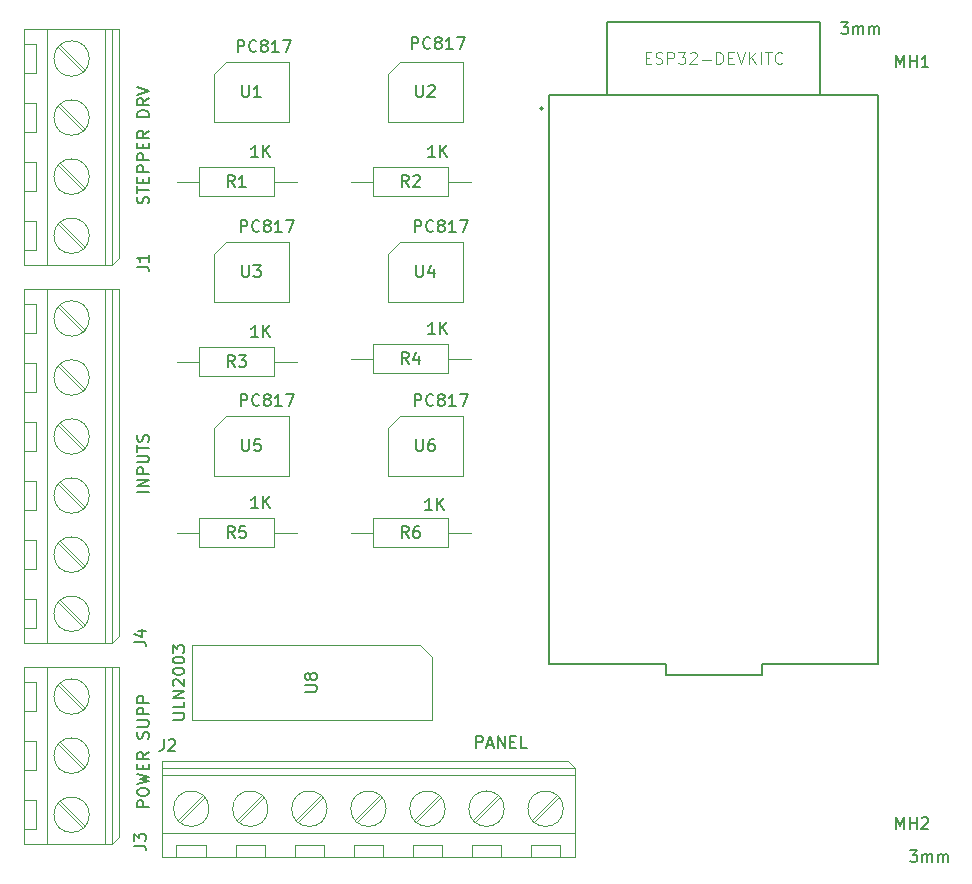
<source format=gbr>
G04 #@! TF.GenerationSoftware,KiCad,Pcbnew,(5.1.5)-3*
G04 #@! TF.CreationDate,2020-04-24T15:39:01+02:00*
G04 #@! TF.ProjectId,PlacaIOAzimut,506c6163-6149-44f4-917a-696d75742e6b,rev?*
G04 #@! TF.SameCoordinates,Original*
G04 #@! TF.FileFunction,Other,Fab,Top*
%FSLAX46Y46*%
G04 Gerber Fmt 4.6, Leading zero omitted, Abs format (unit mm)*
G04 Created by KiCad (PCBNEW (5.1.5)-3) date 2020-04-24 15:39:01*
%MOMM*%
%LPD*%
G04 APERTURE LIST*
%ADD10C,0.100000*%
%ADD11C,0.127000*%
%ADD12C,0.200000*%
%ADD13C,0.150000*%
%ADD14C,0.015000*%
G04 APERTURE END LIST*
D10*
X47004000Y-99748000D02*
X47004000Y-102248000D01*
X48004000Y-99748000D02*
X47004000Y-99748000D01*
X48004000Y-102248000D02*
X48004000Y-99748000D01*
X47004000Y-102248000D02*
X48004000Y-102248000D01*
X49916000Y-100043000D02*
X52009000Y-102135000D01*
X50099000Y-99860000D02*
X52192000Y-101952000D01*
X47004000Y-104748000D02*
X47004000Y-107248000D01*
X48004000Y-104748000D02*
X47004000Y-104748000D01*
X48004000Y-107248000D02*
X48004000Y-104748000D01*
X47004000Y-107248000D02*
X48004000Y-107248000D01*
X49916000Y-105043000D02*
X52009000Y-107135000D01*
X50099000Y-104860000D02*
X52192000Y-106952000D01*
X47004000Y-109748000D02*
X47004000Y-112248000D01*
X48004000Y-109748000D02*
X47004000Y-109748000D01*
X48004000Y-112248000D02*
X48004000Y-109748000D01*
X47004000Y-112248000D02*
X48004000Y-112248000D01*
X49916000Y-110043000D02*
X52009000Y-112136000D01*
X50099000Y-109860000D02*
X52192000Y-111953000D01*
X49004000Y-113498000D02*
X49004000Y-98498000D01*
X53904000Y-113498000D02*
X53904000Y-98498000D01*
X54504000Y-113498000D02*
X54504000Y-98498000D01*
X54504000Y-113498000D02*
X47004000Y-113498000D01*
X55104000Y-112898000D02*
X54504000Y-113498000D01*
X55104000Y-98498000D02*
X55104000Y-112898000D01*
X47004000Y-98498000D02*
X55104000Y-98498000D01*
X47004000Y-113498000D02*
X47004000Y-98498000D01*
X52554000Y-100998000D02*
G75*
G03X52554000Y-100998000I-1500000J0D01*
G01*
X52554000Y-105998000D02*
G75*
G03X52554000Y-105998000I-1500000J0D01*
G01*
X52554000Y-110998000D02*
G75*
G03X52554000Y-110998000I-1500000J0D01*
G01*
X77821000Y-63484000D02*
X78821000Y-62484000D01*
X77821000Y-67564000D02*
X77821000Y-63484000D01*
X84171000Y-67564000D02*
X77821000Y-67564000D01*
X84171000Y-62484000D02*
X84171000Y-67564000D01*
X78821000Y-62484000D02*
X84171000Y-62484000D01*
X77821000Y-78216000D02*
X78821000Y-77216000D01*
X77821000Y-82296000D02*
X77821000Y-78216000D01*
X84171000Y-82296000D02*
X77821000Y-82296000D01*
X84171000Y-77216000D02*
X84171000Y-82296000D01*
X78821000Y-77216000D02*
X84171000Y-77216000D01*
X63089000Y-78216000D02*
X64089000Y-77216000D01*
X63089000Y-82296000D02*
X63089000Y-78216000D01*
X69439000Y-82296000D02*
X63089000Y-82296000D01*
X69439000Y-77216000D02*
X69439000Y-82296000D01*
X64089000Y-77216000D02*
X69439000Y-77216000D01*
X74676000Y-87122000D02*
X76606000Y-87122000D01*
X84836000Y-87122000D02*
X82906000Y-87122000D01*
X76606000Y-88372000D02*
X82906000Y-88372000D01*
X76606000Y-85872000D02*
X76606000Y-88372000D01*
X82906000Y-85872000D02*
X76606000Y-85872000D01*
X82906000Y-88372000D02*
X82906000Y-85872000D01*
X59944000Y-87122000D02*
X61874000Y-87122000D01*
X70104000Y-87122000D02*
X68174000Y-87122000D01*
X61874000Y-88372000D02*
X68174000Y-88372000D01*
X61874000Y-85872000D02*
X61874000Y-88372000D01*
X68174000Y-85872000D02*
X61874000Y-85872000D01*
X68174000Y-88372000D02*
X68174000Y-85872000D01*
X74676000Y-72390000D02*
X76606000Y-72390000D01*
X84836000Y-72390000D02*
X82906000Y-72390000D01*
X76606000Y-73640000D02*
X82906000Y-73640000D01*
X76606000Y-71140000D02*
X76606000Y-73640000D01*
X82906000Y-71140000D02*
X76606000Y-71140000D01*
X82906000Y-73640000D02*
X82906000Y-71140000D01*
X47004000Y-67730000D02*
X47004000Y-70230000D01*
X48004000Y-67730000D02*
X47004000Y-67730000D01*
X48004000Y-70230000D02*
X48004000Y-67730000D01*
X47004000Y-70230000D02*
X48004000Y-70230000D01*
X49916000Y-68025000D02*
X52009000Y-70117000D01*
X50099000Y-67842000D02*
X52192000Y-69934000D01*
X47004000Y-72730000D02*
X47004000Y-75230000D01*
X48004000Y-72730000D02*
X47004000Y-72730000D01*
X48004000Y-75230000D02*
X48004000Y-72730000D01*
X47004000Y-75230000D02*
X48004000Y-75230000D01*
X49916000Y-73025000D02*
X52009000Y-75117000D01*
X50099000Y-72842000D02*
X52192000Y-74934000D01*
X47004000Y-77730000D02*
X47004000Y-80230000D01*
X48004000Y-77730000D02*
X47004000Y-77730000D01*
X48004000Y-80230000D02*
X48004000Y-77730000D01*
X47004000Y-80230000D02*
X48004000Y-80230000D01*
X49916000Y-78025000D02*
X52009000Y-80117000D01*
X50099000Y-77842000D02*
X52192000Y-79934000D01*
X47004000Y-82730000D02*
X47004000Y-85230000D01*
X48004000Y-82730000D02*
X47004000Y-82730000D01*
X48004000Y-85230000D02*
X48004000Y-82730000D01*
X47004000Y-85230000D02*
X48004000Y-85230000D01*
X49916000Y-83025000D02*
X52009000Y-85117000D01*
X50099000Y-82842000D02*
X52192000Y-84934000D01*
X47004000Y-87730000D02*
X47004000Y-90230000D01*
X48004000Y-87730000D02*
X47004000Y-87730000D01*
X48004000Y-90230000D02*
X48004000Y-87730000D01*
X47004000Y-90230000D02*
X48004000Y-90230000D01*
X49916000Y-88025000D02*
X52009000Y-90117000D01*
X50099000Y-87842000D02*
X52192000Y-89934000D01*
X47004000Y-92730000D02*
X47004000Y-95230000D01*
X48004000Y-92730000D02*
X47004000Y-92730000D01*
X48004000Y-95230000D02*
X48004000Y-92730000D01*
X47004000Y-95230000D02*
X48004000Y-95230000D01*
X49916000Y-93025000D02*
X52009000Y-95118000D01*
X50099000Y-92842000D02*
X52192000Y-94935000D01*
X49004000Y-96480000D02*
X49004000Y-66480000D01*
X53904000Y-96480000D02*
X53904000Y-66480000D01*
X54504000Y-96480000D02*
X54504000Y-66480000D01*
X54504000Y-96480000D02*
X47004000Y-96480000D01*
X55104000Y-95880000D02*
X54504000Y-96480000D01*
X55104000Y-66480000D02*
X55104000Y-95880000D01*
X47004000Y-66480000D02*
X55104000Y-66480000D01*
X47004000Y-96480000D02*
X47004000Y-66480000D01*
X52554000Y-68980000D02*
G75*
G03X52554000Y-68980000I-1500000J0D01*
G01*
X52554000Y-73980000D02*
G75*
G03X52554000Y-73980000I-1500000J0D01*
G01*
X52554000Y-78980000D02*
G75*
G03X52554000Y-78980000I-1500000J0D01*
G01*
X52554000Y-83980000D02*
G75*
G03X52554000Y-83980000I-1500000J0D01*
G01*
X52554000Y-88980000D02*
G75*
G03X52554000Y-88980000I-1500000J0D01*
G01*
X52554000Y-93980000D02*
G75*
G03X52554000Y-93980000I-1500000J0D01*
G01*
X59936000Y-114540000D02*
X62436000Y-114540000D01*
X59936000Y-113540000D02*
X59936000Y-114540000D01*
X62436000Y-113540000D02*
X59936000Y-113540000D01*
X62436000Y-114540000D02*
X62436000Y-113540000D01*
X60231000Y-111628000D02*
X62323000Y-109535000D01*
X60048000Y-111445000D02*
X62140000Y-109352000D01*
X64936000Y-114540000D02*
X67436000Y-114540000D01*
X64936000Y-113540000D02*
X64936000Y-114540000D01*
X67436000Y-113540000D02*
X64936000Y-113540000D01*
X67436000Y-114540000D02*
X67436000Y-113540000D01*
X65231000Y-111628000D02*
X67323000Y-109535000D01*
X65048000Y-111445000D02*
X67140000Y-109352000D01*
X69936000Y-114540000D02*
X72436000Y-114540000D01*
X69936000Y-113540000D02*
X69936000Y-114540000D01*
X72436000Y-113540000D02*
X69936000Y-113540000D01*
X72436000Y-114540000D02*
X72436000Y-113540000D01*
X70231000Y-111628000D02*
X72323000Y-109535000D01*
X70048000Y-111445000D02*
X72140000Y-109352000D01*
X74936000Y-114540000D02*
X77436000Y-114540000D01*
X74936000Y-113540000D02*
X74936000Y-114540000D01*
X77436000Y-113540000D02*
X74936000Y-113540000D01*
X77436000Y-114540000D02*
X77436000Y-113540000D01*
X75231000Y-111628000D02*
X77323000Y-109535000D01*
X75048000Y-111445000D02*
X77140000Y-109352000D01*
X79936000Y-114540000D02*
X82436000Y-114540000D01*
X79936000Y-113540000D02*
X79936000Y-114540000D01*
X82436000Y-113540000D02*
X79936000Y-113540000D01*
X82436000Y-114540000D02*
X82436000Y-113540000D01*
X80231000Y-111628000D02*
X82323000Y-109535000D01*
X80048000Y-111445000D02*
X82140000Y-109352000D01*
X84936000Y-114540000D02*
X87436000Y-114540000D01*
X84936000Y-113540000D02*
X84936000Y-114540000D01*
X87436000Y-113540000D02*
X84936000Y-113540000D01*
X87436000Y-114540000D02*
X87436000Y-113540000D01*
X85231000Y-111628000D02*
X87323000Y-109535000D01*
X85048000Y-111445000D02*
X87140000Y-109352000D01*
X89936000Y-114540000D02*
X92436000Y-114540000D01*
X89936000Y-113540000D02*
X89936000Y-114540000D01*
X92436000Y-113540000D02*
X89936000Y-113540000D01*
X92436000Y-114540000D02*
X92436000Y-113540000D01*
X90231000Y-111628000D02*
X92324000Y-109535000D01*
X90048000Y-111445000D02*
X92141000Y-109352000D01*
X93686000Y-112540000D02*
X58686000Y-112540000D01*
X93686000Y-107640000D02*
X58686000Y-107640000D01*
X93686000Y-107040000D02*
X58686000Y-107040000D01*
X93686000Y-107040000D02*
X93686000Y-114540000D01*
X93086000Y-106440000D02*
X93686000Y-107040000D01*
X58686000Y-106440000D02*
X93086000Y-106440000D01*
X58686000Y-114540000D02*
X58686000Y-106440000D01*
X93686000Y-114540000D02*
X58686000Y-114540000D01*
X62686000Y-110490000D02*
G75*
G03X62686000Y-110490000I-1500000J0D01*
G01*
X67686000Y-110490000D02*
G75*
G03X67686000Y-110490000I-1500000J0D01*
G01*
X72686000Y-110490000D02*
G75*
G03X72686000Y-110490000I-1500000J0D01*
G01*
X77686000Y-110490000D02*
G75*
G03X77686000Y-110490000I-1500000J0D01*
G01*
X82686000Y-110490000D02*
G75*
G03X82686000Y-110490000I-1500000J0D01*
G01*
X87686000Y-110490000D02*
G75*
G03X87686000Y-110490000I-1500000J0D01*
G01*
X92686000Y-110490000D02*
G75*
G03X92686000Y-110490000I-1500000J0D01*
G01*
X47004000Y-45726000D02*
X47004000Y-48226000D01*
X48004000Y-45726000D02*
X47004000Y-45726000D01*
X48004000Y-48226000D02*
X48004000Y-45726000D01*
X47004000Y-48226000D02*
X48004000Y-48226000D01*
X49916000Y-46021000D02*
X52009000Y-48113000D01*
X50099000Y-45838000D02*
X52192000Y-47930000D01*
X47004000Y-50726000D02*
X47004000Y-53226000D01*
X48004000Y-50726000D02*
X47004000Y-50726000D01*
X48004000Y-53226000D02*
X48004000Y-50726000D01*
X47004000Y-53226000D02*
X48004000Y-53226000D01*
X49916000Y-51021000D02*
X52009000Y-53113000D01*
X50099000Y-50838000D02*
X52192000Y-52930000D01*
X47004000Y-55726000D02*
X47004000Y-58226000D01*
X48004000Y-55726000D02*
X47004000Y-55726000D01*
X48004000Y-58226000D02*
X48004000Y-55726000D01*
X47004000Y-58226000D02*
X48004000Y-58226000D01*
X49916000Y-56021000D02*
X52009000Y-58113000D01*
X50099000Y-55838000D02*
X52192000Y-57930000D01*
X47004000Y-60726000D02*
X47004000Y-63226000D01*
X48004000Y-60726000D02*
X47004000Y-60726000D01*
X48004000Y-63226000D02*
X48004000Y-60726000D01*
X47004000Y-63226000D02*
X48004000Y-63226000D01*
X49916000Y-61021000D02*
X52009000Y-63114000D01*
X50099000Y-60838000D02*
X52192000Y-62931000D01*
X49004000Y-64476000D02*
X49004000Y-44476000D01*
X53904000Y-64476000D02*
X53904000Y-44476000D01*
X54504000Y-64476000D02*
X54504000Y-44476000D01*
X54504000Y-64476000D02*
X47004000Y-64476000D01*
X55104000Y-63876000D02*
X54504000Y-64476000D01*
X55104000Y-44476000D02*
X55104000Y-63876000D01*
X47004000Y-44476000D02*
X55104000Y-44476000D01*
X47004000Y-64476000D02*
X47004000Y-44476000D01*
X52554000Y-46976000D02*
G75*
G03X52554000Y-46976000I-1500000J0D01*
G01*
X52554000Y-51976000D02*
G75*
G03X52554000Y-51976000I-1500000J0D01*
G01*
X52554000Y-56976000D02*
G75*
G03X52554000Y-56976000I-1500000J0D01*
G01*
X52554000Y-61976000D02*
G75*
G03X52554000Y-61976000I-1500000J0D01*
G01*
X68174000Y-58654000D02*
X68174000Y-56154000D01*
X68174000Y-56154000D02*
X61874000Y-56154000D01*
X61874000Y-56154000D02*
X61874000Y-58654000D01*
X61874000Y-58654000D02*
X68174000Y-58654000D01*
X70104000Y-57404000D02*
X68174000Y-57404000D01*
X59944000Y-57404000D02*
X61874000Y-57404000D01*
X74676000Y-57404000D02*
X76606000Y-57404000D01*
X84836000Y-57404000D02*
X82906000Y-57404000D01*
X76606000Y-58654000D02*
X82906000Y-58654000D01*
X76606000Y-56154000D02*
X76606000Y-58654000D01*
X82906000Y-56154000D02*
X76606000Y-56154000D01*
X82906000Y-58654000D02*
X82906000Y-56154000D01*
X68174000Y-73894000D02*
X68174000Y-71394000D01*
X68174000Y-71394000D02*
X61874000Y-71394000D01*
X61874000Y-71394000D02*
X61874000Y-73894000D01*
X61874000Y-73894000D02*
X68174000Y-73894000D01*
X70104000Y-72644000D02*
X68174000Y-72644000D01*
X59944000Y-72644000D02*
X61874000Y-72644000D01*
X64089000Y-47244000D02*
X69439000Y-47244000D01*
X69439000Y-47244000D02*
X69439000Y-52324000D01*
X69439000Y-52324000D02*
X63089000Y-52324000D01*
X63089000Y-52324000D02*
X63089000Y-48244000D01*
X63089000Y-48244000D02*
X64089000Y-47244000D01*
X77821000Y-48244000D02*
X78821000Y-47244000D01*
X77821000Y-52324000D02*
X77821000Y-48244000D01*
X84171000Y-52324000D02*
X77821000Y-52324000D01*
X84171000Y-47244000D02*
X84171000Y-52324000D01*
X78821000Y-47244000D02*
X84171000Y-47244000D01*
X64089000Y-62484000D02*
X69439000Y-62484000D01*
X69439000Y-62484000D02*
X69439000Y-67564000D01*
X69439000Y-67564000D02*
X63089000Y-67564000D01*
X63089000Y-67564000D02*
X63089000Y-63484000D01*
X63089000Y-63484000D02*
X64089000Y-62484000D01*
X81534000Y-97647000D02*
X81534000Y-102997000D01*
X81534000Y-102997000D02*
X61214000Y-102997000D01*
X61214000Y-102997000D02*
X61214000Y-96647000D01*
X61214000Y-96647000D02*
X80534000Y-96647000D01*
X80534000Y-96647000D02*
X81534000Y-97647000D01*
D11*
X109470000Y-98268000D02*
X119360000Y-98268000D01*
X109470000Y-99168000D02*
X109470000Y-98268000D01*
X101340000Y-99168000D02*
X109470000Y-99168000D01*
X101340000Y-98268000D02*
X101340000Y-99168000D01*
X91460000Y-98268000D02*
X101340000Y-98268000D01*
X114410000Y-43868000D02*
X114410000Y-50068000D01*
X96410000Y-43868000D02*
X114410000Y-43868000D01*
X96410000Y-50068000D02*
X96410000Y-43868000D01*
X96410000Y-50068000D02*
X91460000Y-50068000D01*
X114410000Y-50068000D02*
X96410000Y-50068000D01*
X119360000Y-50068000D02*
X114410000Y-50068000D01*
X119360000Y-98268000D02*
X119360000Y-50068000D01*
X91460000Y-50068000D02*
X91460000Y-98268000D01*
D12*
X90940000Y-51198000D02*
G75*
G03X90940000Y-51198000I-100000J0D01*
G01*
D13*
X122031333Y-114006380D02*
X122650380Y-114006380D01*
X122317047Y-114387333D01*
X122459904Y-114387333D01*
X122555142Y-114434952D01*
X122602761Y-114482571D01*
X122650380Y-114577809D01*
X122650380Y-114815904D01*
X122602761Y-114911142D01*
X122555142Y-114958761D01*
X122459904Y-115006380D01*
X122174190Y-115006380D01*
X122078952Y-114958761D01*
X122031333Y-114911142D01*
X123078952Y-115006380D02*
X123078952Y-114339714D01*
X123078952Y-114434952D02*
X123126571Y-114387333D01*
X123221809Y-114339714D01*
X123364666Y-114339714D01*
X123459904Y-114387333D01*
X123507523Y-114482571D01*
X123507523Y-115006380D01*
X123507523Y-114482571D02*
X123555142Y-114387333D01*
X123650380Y-114339714D01*
X123793238Y-114339714D01*
X123888476Y-114387333D01*
X123936095Y-114482571D01*
X123936095Y-115006380D01*
X124412285Y-115006380D02*
X124412285Y-114339714D01*
X124412285Y-114434952D02*
X124459904Y-114387333D01*
X124555142Y-114339714D01*
X124698000Y-114339714D01*
X124793238Y-114387333D01*
X124840857Y-114482571D01*
X124840857Y-115006380D01*
X124840857Y-114482571D02*
X124888476Y-114387333D01*
X124983714Y-114339714D01*
X125126571Y-114339714D01*
X125221809Y-114387333D01*
X125269428Y-114482571D01*
X125269428Y-115006380D01*
X120886666Y-112212380D02*
X120886666Y-111212380D01*
X121220000Y-111926666D01*
X121553333Y-111212380D01*
X121553333Y-112212380D01*
X122029523Y-112212380D02*
X122029523Y-111212380D01*
X122029523Y-111688571D02*
X122600952Y-111688571D01*
X122600952Y-112212380D02*
X122600952Y-111212380D01*
X123029523Y-111307619D02*
X123077142Y-111260000D01*
X123172380Y-111212380D01*
X123410476Y-111212380D01*
X123505714Y-111260000D01*
X123553333Y-111307619D01*
X123600952Y-111402857D01*
X123600952Y-111498095D01*
X123553333Y-111640952D01*
X122981904Y-112212380D01*
X123600952Y-112212380D01*
X116189333Y-43902380D02*
X116808380Y-43902380D01*
X116475047Y-44283333D01*
X116617904Y-44283333D01*
X116713142Y-44330952D01*
X116760761Y-44378571D01*
X116808380Y-44473809D01*
X116808380Y-44711904D01*
X116760761Y-44807142D01*
X116713142Y-44854761D01*
X116617904Y-44902380D01*
X116332190Y-44902380D01*
X116236952Y-44854761D01*
X116189333Y-44807142D01*
X117236952Y-44902380D02*
X117236952Y-44235714D01*
X117236952Y-44330952D02*
X117284571Y-44283333D01*
X117379809Y-44235714D01*
X117522666Y-44235714D01*
X117617904Y-44283333D01*
X117665523Y-44378571D01*
X117665523Y-44902380D01*
X117665523Y-44378571D02*
X117713142Y-44283333D01*
X117808380Y-44235714D01*
X117951238Y-44235714D01*
X118046476Y-44283333D01*
X118094095Y-44378571D01*
X118094095Y-44902380D01*
X118570285Y-44902380D02*
X118570285Y-44235714D01*
X118570285Y-44330952D02*
X118617904Y-44283333D01*
X118713142Y-44235714D01*
X118856000Y-44235714D01*
X118951238Y-44283333D01*
X118998857Y-44378571D01*
X118998857Y-44902380D01*
X118998857Y-44378571D02*
X119046476Y-44283333D01*
X119141714Y-44235714D01*
X119284571Y-44235714D01*
X119379809Y-44283333D01*
X119427428Y-44378571D01*
X119427428Y-44902380D01*
X120886666Y-47696380D02*
X120886666Y-46696380D01*
X121220000Y-47410666D01*
X121553333Y-46696380D01*
X121553333Y-47696380D01*
X122029523Y-47696380D02*
X122029523Y-46696380D01*
X122029523Y-47172571D02*
X122600952Y-47172571D01*
X122600952Y-47696380D02*
X122600952Y-46696380D01*
X123600952Y-47696380D02*
X123029523Y-47696380D01*
X123315238Y-47696380D02*
X123315238Y-46696380D01*
X123220000Y-46839238D01*
X123124761Y-46934476D01*
X123029523Y-46982095D01*
X57602380Y-110354476D02*
X56602380Y-110354476D01*
X56602380Y-109973523D01*
X56650000Y-109878285D01*
X56697619Y-109830666D01*
X56792857Y-109783047D01*
X56935714Y-109783047D01*
X57030952Y-109830666D01*
X57078571Y-109878285D01*
X57126190Y-109973523D01*
X57126190Y-110354476D01*
X56602380Y-109164000D02*
X56602380Y-108973523D01*
X56650000Y-108878285D01*
X56745238Y-108783047D01*
X56935714Y-108735428D01*
X57269047Y-108735428D01*
X57459523Y-108783047D01*
X57554761Y-108878285D01*
X57602380Y-108973523D01*
X57602380Y-109164000D01*
X57554761Y-109259238D01*
X57459523Y-109354476D01*
X57269047Y-109402095D01*
X56935714Y-109402095D01*
X56745238Y-109354476D01*
X56650000Y-109259238D01*
X56602380Y-109164000D01*
X56602380Y-108402095D02*
X57602380Y-108164000D01*
X56888095Y-107973523D01*
X57602380Y-107783047D01*
X56602380Y-107544952D01*
X57078571Y-107164000D02*
X57078571Y-106830666D01*
X57602380Y-106687809D02*
X57602380Y-107164000D01*
X56602380Y-107164000D01*
X56602380Y-106687809D01*
X57602380Y-105687809D02*
X57126190Y-106021142D01*
X57602380Y-106259238D02*
X56602380Y-106259238D01*
X56602380Y-105878285D01*
X56650000Y-105783047D01*
X56697619Y-105735428D01*
X56792857Y-105687809D01*
X56935714Y-105687809D01*
X57030952Y-105735428D01*
X57078571Y-105783047D01*
X57126190Y-105878285D01*
X57126190Y-106259238D01*
X57554761Y-104544952D02*
X57602380Y-104402095D01*
X57602380Y-104164000D01*
X57554761Y-104068761D01*
X57507142Y-104021142D01*
X57411904Y-103973523D01*
X57316666Y-103973523D01*
X57221428Y-104021142D01*
X57173809Y-104068761D01*
X57126190Y-104164000D01*
X57078571Y-104354476D01*
X57030952Y-104449714D01*
X56983333Y-104497333D01*
X56888095Y-104544952D01*
X56792857Y-104544952D01*
X56697619Y-104497333D01*
X56650000Y-104449714D01*
X56602380Y-104354476D01*
X56602380Y-104116380D01*
X56650000Y-103973523D01*
X56602380Y-103544952D02*
X57411904Y-103544952D01*
X57507142Y-103497333D01*
X57554761Y-103449714D01*
X57602380Y-103354476D01*
X57602380Y-103164000D01*
X57554761Y-103068761D01*
X57507142Y-103021142D01*
X57411904Y-102973523D01*
X56602380Y-102973523D01*
X57602380Y-102497333D02*
X56602380Y-102497333D01*
X56602380Y-102116380D01*
X56650000Y-102021142D01*
X56697619Y-101973523D01*
X56792857Y-101925904D01*
X56935714Y-101925904D01*
X57030952Y-101973523D01*
X57078571Y-102021142D01*
X57126190Y-102116380D01*
X57126190Y-102497333D01*
X57602380Y-101497333D02*
X56602380Y-101497333D01*
X56602380Y-101116380D01*
X56650000Y-101021142D01*
X56697619Y-100973523D01*
X56792857Y-100925904D01*
X56935714Y-100925904D01*
X57030952Y-100973523D01*
X57078571Y-101021142D01*
X57126190Y-101116380D01*
X57126190Y-101497333D01*
X56348380Y-113617333D02*
X57062666Y-113617333D01*
X57205523Y-113664952D01*
X57300761Y-113760190D01*
X57348380Y-113903047D01*
X57348380Y-113998285D01*
X56348380Y-113236380D02*
X56348380Y-112617333D01*
X56729333Y-112950666D01*
X56729333Y-112807809D01*
X56776952Y-112712571D01*
X56824571Y-112664952D01*
X56919809Y-112617333D01*
X57157904Y-112617333D01*
X57253142Y-112664952D01*
X57300761Y-112712571D01*
X57348380Y-112807809D01*
X57348380Y-113093523D01*
X57300761Y-113188761D01*
X57253142Y-113236380D01*
X80105523Y-61666380D02*
X80105523Y-60666380D01*
X80486476Y-60666380D01*
X80581714Y-60714000D01*
X80629333Y-60761619D01*
X80676952Y-60856857D01*
X80676952Y-60999714D01*
X80629333Y-61094952D01*
X80581714Y-61142571D01*
X80486476Y-61190190D01*
X80105523Y-61190190D01*
X81676952Y-61571142D02*
X81629333Y-61618761D01*
X81486476Y-61666380D01*
X81391238Y-61666380D01*
X81248380Y-61618761D01*
X81153142Y-61523523D01*
X81105523Y-61428285D01*
X81057904Y-61237809D01*
X81057904Y-61094952D01*
X81105523Y-60904476D01*
X81153142Y-60809238D01*
X81248380Y-60714000D01*
X81391238Y-60666380D01*
X81486476Y-60666380D01*
X81629333Y-60714000D01*
X81676952Y-60761619D01*
X82248380Y-61094952D02*
X82153142Y-61047333D01*
X82105523Y-60999714D01*
X82057904Y-60904476D01*
X82057904Y-60856857D01*
X82105523Y-60761619D01*
X82153142Y-60714000D01*
X82248380Y-60666380D01*
X82438857Y-60666380D01*
X82534095Y-60714000D01*
X82581714Y-60761619D01*
X82629333Y-60856857D01*
X82629333Y-60904476D01*
X82581714Y-60999714D01*
X82534095Y-61047333D01*
X82438857Y-61094952D01*
X82248380Y-61094952D01*
X82153142Y-61142571D01*
X82105523Y-61190190D01*
X82057904Y-61285428D01*
X82057904Y-61475904D01*
X82105523Y-61571142D01*
X82153142Y-61618761D01*
X82248380Y-61666380D01*
X82438857Y-61666380D01*
X82534095Y-61618761D01*
X82581714Y-61571142D01*
X82629333Y-61475904D01*
X82629333Y-61285428D01*
X82581714Y-61190190D01*
X82534095Y-61142571D01*
X82438857Y-61094952D01*
X83581714Y-61666380D02*
X83010285Y-61666380D01*
X83296000Y-61666380D02*
X83296000Y-60666380D01*
X83200761Y-60809238D01*
X83105523Y-60904476D01*
X83010285Y-60952095D01*
X83915047Y-60666380D02*
X84581714Y-60666380D01*
X84153142Y-61666380D01*
X80234095Y-64476380D02*
X80234095Y-65285904D01*
X80281714Y-65381142D01*
X80329333Y-65428761D01*
X80424571Y-65476380D01*
X80615047Y-65476380D01*
X80710285Y-65428761D01*
X80757904Y-65381142D01*
X80805523Y-65285904D01*
X80805523Y-64476380D01*
X81710285Y-64809714D02*
X81710285Y-65476380D01*
X81472190Y-64428761D02*
X81234095Y-65143047D01*
X81853142Y-65143047D01*
X80105523Y-76398380D02*
X80105523Y-75398380D01*
X80486476Y-75398380D01*
X80581714Y-75446000D01*
X80629333Y-75493619D01*
X80676952Y-75588857D01*
X80676952Y-75731714D01*
X80629333Y-75826952D01*
X80581714Y-75874571D01*
X80486476Y-75922190D01*
X80105523Y-75922190D01*
X81676952Y-76303142D02*
X81629333Y-76350761D01*
X81486476Y-76398380D01*
X81391238Y-76398380D01*
X81248380Y-76350761D01*
X81153142Y-76255523D01*
X81105523Y-76160285D01*
X81057904Y-75969809D01*
X81057904Y-75826952D01*
X81105523Y-75636476D01*
X81153142Y-75541238D01*
X81248380Y-75446000D01*
X81391238Y-75398380D01*
X81486476Y-75398380D01*
X81629333Y-75446000D01*
X81676952Y-75493619D01*
X82248380Y-75826952D02*
X82153142Y-75779333D01*
X82105523Y-75731714D01*
X82057904Y-75636476D01*
X82057904Y-75588857D01*
X82105523Y-75493619D01*
X82153142Y-75446000D01*
X82248380Y-75398380D01*
X82438857Y-75398380D01*
X82534095Y-75446000D01*
X82581714Y-75493619D01*
X82629333Y-75588857D01*
X82629333Y-75636476D01*
X82581714Y-75731714D01*
X82534095Y-75779333D01*
X82438857Y-75826952D01*
X82248380Y-75826952D01*
X82153142Y-75874571D01*
X82105523Y-75922190D01*
X82057904Y-76017428D01*
X82057904Y-76207904D01*
X82105523Y-76303142D01*
X82153142Y-76350761D01*
X82248380Y-76398380D01*
X82438857Y-76398380D01*
X82534095Y-76350761D01*
X82581714Y-76303142D01*
X82629333Y-76207904D01*
X82629333Y-76017428D01*
X82581714Y-75922190D01*
X82534095Y-75874571D01*
X82438857Y-75826952D01*
X83581714Y-76398380D02*
X83010285Y-76398380D01*
X83296000Y-76398380D02*
X83296000Y-75398380D01*
X83200761Y-75541238D01*
X83105523Y-75636476D01*
X83010285Y-75684095D01*
X83915047Y-75398380D02*
X84581714Y-75398380D01*
X84153142Y-76398380D01*
X80234095Y-79208380D02*
X80234095Y-80017904D01*
X80281714Y-80113142D01*
X80329333Y-80160761D01*
X80424571Y-80208380D01*
X80615047Y-80208380D01*
X80710285Y-80160761D01*
X80757904Y-80113142D01*
X80805523Y-80017904D01*
X80805523Y-79208380D01*
X81710285Y-79208380D02*
X81519809Y-79208380D01*
X81424571Y-79256000D01*
X81376952Y-79303619D01*
X81281714Y-79446476D01*
X81234095Y-79636952D01*
X81234095Y-80017904D01*
X81281714Y-80113142D01*
X81329333Y-80160761D01*
X81424571Y-80208380D01*
X81615047Y-80208380D01*
X81710285Y-80160761D01*
X81757904Y-80113142D01*
X81805523Y-80017904D01*
X81805523Y-79779809D01*
X81757904Y-79684571D01*
X81710285Y-79636952D01*
X81615047Y-79589333D01*
X81424571Y-79589333D01*
X81329333Y-79636952D01*
X81281714Y-79684571D01*
X81234095Y-79779809D01*
X65373523Y-76398380D02*
X65373523Y-75398380D01*
X65754476Y-75398380D01*
X65849714Y-75446000D01*
X65897333Y-75493619D01*
X65944952Y-75588857D01*
X65944952Y-75731714D01*
X65897333Y-75826952D01*
X65849714Y-75874571D01*
X65754476Y-75922190D01*
X65373523Y-75922190D01*
X66944952Y-76303142D02*
X66897333Y-76350761D01*
X66754476Y-76398380D01*
X66659238Y-76398380D01*
X66516380Y-76350761D01*
X66421142Y-76255523D01*
X66373523Y-76160285D01*
X66325904Y-75969809D01*
X66325904Y-75826952D01*
X66373523Y-75636476D01*
X66421142Y-75541238D01*
X66516380Y-75446000D01*
X66659238Y-75398380D01*
X66754476Y-75398380D01*
X66897333Y-75446000D01*
X66944952Y-75493619D01*
X67516380Y-75826952D02*
X67421142Y-75779333D01*
X67373523Y-75731714D01*
X67325904Y-75636476D01*
X67325904Y-75588857D01*
X67373523Y-75493619D01*
X67421142Y-75446000D01*
X67516380Y-75398380D01*
X67706857Y-75398380D01*
X67802095Y-75446000D01*
X67849714Y-75493619D01*
X67897333Y-75588857D01*
X67897333Y-75636476D01*
X67849714Y-75731714D01*
X67802095Y-75779333D01*
X67706857Y-75826952D01*
X67516380Y-75826952D01*
X67421142Y-75874571D01*
X67373523Y-75922190D01*
X67325904Y-76017428D01*
X67325904Y-76207904D01*
X67373523Y-76303142D01*
X67421142Y-76350761D01*
X67516380Y-76398380D01*
X67706857Y-76398380D01*
X67802095Y-76350761D01*
X67849714Y-76303142D01*
X67897333Y-76207904D01*
X67897333Y-76017428D01*
X67849714Y-75922190D01*
X67802095Y-75874571D01*
X67706857Y-75826952D01*
X68849714Y-76398380D02*
X68278285Y-76398380D01*
X68564000Y-76398380D02*
X68564000Y-75398380D01*
X68468761Y-75541238D01*
X68373523Y-75636476D01*
X68278285Y-75684095D01*
X69183047Y-75398380D02*
X69849714Y-75398380D01*
X69421142Y-76398380D01*
X65502095Y-79208380D02*
X65502095Y-80017904D01*
X65549714Y-80113142D01*
X65597333Y-80160761D01*
X65692571Y-80208380D01*
X65883047Y-80208380D01*
X65978285Y-80160761D01*
X66025904Y-80113142D01*
X66073523Y-80017904D01*
X66073523Y-79208380D01*
X67025904Y-79208380D02*
X66549714Y-79208380D01*
X66502095Y-79684571D01*
X66549714Y-79636952D01*
X66644952Y-79589333D01*
X66883047Y-79589333D01*
X66978285Y-79636952D01*
X67025904Y-79684571D01*
X67073523Y-79779809D01*
X67073523Y-80017904D01*
X67025904Y-80113142D01*
X66978285Y-80160761D01*
X66883047Y-80208380D01*
X66644952Y-80208380D01*
X66549714Y-80160761D01*
X66502095Y-80113142D01*
X81573714Y-85204380D02*
X81002285Y-85204380D01*
X81288000Y-85204380D02*
X81288000Y-84204380D01*
X81192761Y-84347238D01*
X81097523Y-84442476D01*
X81002285Y-84490095D01*
X82002285Y-85204380D02*
X82002285Y-84204380D01*
X82573714Y-85204380D02*
X82145142Y-84632952D01*
X82573714Y-84204380D02*
X82002285Y-84775809D01*
X79589333Y-87574380D02*
X79256000Y-87098190D01*
X79017904Y-87574380D02*
X79017904Y-86574380D01*
X79398857Y-86574380D01*
X79494095Y-86622000D01*
X79541714Y-86669619D01*
X79589333Y-86764857D01*
X79589333Y-86907714D01*
X79541714Y-87002952D01*
X79494095Y-87050571D01*
X79398857Y-87098190D01*
X79017904Y-87098190D01*
X80446476Y-86574380D02*
X80256000Y-86574380D01*
X80160761Y-86622000D01*
X80113142Y-86669619D01*
X80017904Y-86812476D01*
X79970285Y-87002952D01*
X79970285Y-87383904D01*
X80017904Y-87479142D01*
X80065523Y-87526761D01*
X80160761Y-87574380D01*
X80351238Y-87574380D01*
X80446476Y-87526761D01*
X80494095Y-87479142D01*
X80541714Y-87383904D01*
X80541714Y-87145809D01*
X80494095Y-87050571D01*
X80446476Y-87002952D01*
X80351238Y-86955333D01*
X80160761Y-86955333D01*
X80065523Y-87002952D01*
X80017904Y-87050571D01*
X79970285Y-87145809D01*
X66841714Y-85034380D02*
X66270285Y-85034380D01*
X66556000Y-85034380D02*
X66556000Y-84034380D01*
X66460761Y-84177238D01*
X66365523Y-84272476D01*
X66270285Y-84320095D01*
X67270285Y-85034380D02*
X67270285Y-84034380D01*
X67841714Y-85034380D02*
X67413142Y-84462952D01*
X67841714Y-84034380D02*
X67270285Y-84605809D01*
X64857333Y-87574380D02*
X64524000Y-87098190D01*
X64285904Y-87574380D02*
X64285904Y-86574380D01*
X64666857Y-86574380D01*
X64762095Y-86622000D01*
X64809714Y-86669619D01*
X64857333Y-86764857D01*
X64857333Y-86907714D01*
X64809714Y-87002952D01*
X64762095Y-87050571D01*
X64666857Y-87098190D01*
X64285904Y-87098190D01*
X65762095Y-86574380D02*
X65285904Y-86574380D01*
X65238285Y-87050571D01*
X65285904Y-87002952D01*
X65381142Y-86955333D01*
X65619238Y-86955333D01*
X65714476Y-87002952D01*
X65762095Y-87050571D01*
X65809714Y-87145809D01*
X65809714Y-87383904D01*
X65762095Y-87479142D01*
X65714476Y-87526761D01*
X65619238Y-87574380D01*
X65381142Y-87574380D01*
X65285904Y-87526761D01*
X65238285Y-87479142D01*
X81827714Y-70302380D02*
X81256285Y-70302380D01*
X81542000Y-70302380D02*
X81542000Y-69302380D01*
X81446761Y-69445238D01*
X81351523Y-69540476D01*
X81256285Y-69588095D01*
X82256285Y-70302380D02*
X82256285Y-69302380D01*
X82827714Y-70302380D02*
X82399142Y-69730952D01*
X82827714Y-69302380D02*
X82256285Y-69873809D01*
X79589333Y-72842380D02*
X79256000Y-72366190D01*
X79017904Y-72842380D02*
X79017904Y-71842380D01*
X79398857Y-71842380D01*
X79494095Y-71890000D01*
X79541714Y-71937619D01*
X79589333Y-72032857D01*
X79589333Y-72175714D01*
X79541714Y-72270952D01*
X79494095Y-72318571D01*
X79398857Y-72366190D01*
X79017904Y-72366190D01*
X80446476Y-72175714D02*
X80446476Y-72842380D01*
X80208380Y-71794761D02*
X79970285Y-72509047D01*
X80589333Y-72509047D01*
X57602380Y-83684761D02*
X56602380Y-83684761D01*
X57602380Y-83208571D02*
X56602380Y-83208571D01*
X57602380Y-82637142D01*
X56602380Y-82637142D01*
X57602380Y-82160952D02*
X56602380Y-82160952D01*
X56602380Y-81780000D01*
X56650000Y-81684761D01*
X56697619Y-81637142D01*
X56792857Y-81589523D01*
X56935714Y-81589523D01*
X57030952Y-81637142D01*
X57078571Y-81684761D01*
X57126190Y-81780000D01*
X57126190Y-82160952D01*
X56602380Y-81160952D02*
X57411904Y-81160952D01*
X57507142Y-81113333D01*
X57554761Y-81065714D01*
X57602380Y-80970476D01*
X57602380Y-80780000D01*
X57554761Y-80684761D01*
X57507142Y-80637142D01*
X57411904Y-80589523D01*
X56602380Y-80589523D01*
X56602380Y-80256190D02*
X56602380Y-79684761D01*
X57602380Y-79970476D02*
X56602380Y-79970476D01*
X57554761Y-79399047D02*
X57602380Y-79256190D01*
X57602380Y-79018095D01*
X57554761Y-78922857D01*
X57507142Y-78875238D01*
X57411904Y-78827619D01*
X57316666Y-78827619D01*
X57221428Y-78875238D01*
X57173809Y-78922857D01*
X57126190Y-79018095D01*
X57078571Y-79208571D01*
X57030952Y-79303809D01*
X56983333Y-79351428D01*
X56888095Y-79399047D01*
X56792857Y-79399047D01*
X56697619Y-79351428D01*
X56650000Y-79303809D01*
X56602380Y-79208571D01*
X56602380Y-78970476D01*
X56650000Y-78827619D01*
X56348380Y-96345333D02*
X57062666Y-96345333D01*
X57205523Y-96392952D01*
X57300761Y-96488190D01*
X57348380Y-96631047D01*
X57348380Y-96726285D01*
X56681714Y-95440571D02*
X57348380Y-95440571D01*
X56300761Y-95678666D02*
X57015047Y-95916761D01*
X57015047Y-95297714D01*
X85304571Y-105354380D02*
X85304571Y-104354380D01*
X85685523Y-104354380D01*
X85780761Y-104402000D01*
X85828380Y-104449619D01*
X85876000Y-104544857D01*
X85876000Y-104687714D01*
X85828380Y-104782952D01*
X85780761Y-104830571D01*
X85685523Y-104878190D01*
X85304571Y-104878190D01*
X86256952Y-105068666D02*
X86733142Y-105068666D01*
X86161714Y-105354380D02*
X86495047Y-104354380D01*
X86828380Y-105354380D01*
X87161714Y-105354380D02*
X87161714Y-104354380D01*
X87733142Y-105354380D01*
X87733142Y-104354380D01*
X88209333Y-104830571D02*
X88542666Y-104830571D01*
X88685523Y-105354380D02*
X88209333Y-105354380D01*
X88209333Y-104354380D01*
X88685523Y-104354380D01*
X89590285Y-105354380D02*
X89114095Y-105354380D01*
X89114095Y-104354380D01*
X58848666Y-104608380D02*
X58848666Y-105322666D01*
X58801047Y-105465523D01*
X58705809Y-105560761D01*
X58562952Y-105608380D01*
X58467714Y-105608380D01*
X59277238Y-104703619D02*
X59324857Y-104656000D01*
X59420095Y-104608380D01*
X59658190Y-104608380D01*
X59753428Y-104656000D01*
X59801047Y-104703619D01*
X59848666Y-104798857D01*
X59848666Y-104894095D01*
X59801047Y-105036952D01*
X59229619Y-105608380D01*
X59848666Y-105608380D01*
X57554761Y-59236952D02*
X57602380Y-59094095D01*
X57602380Y-58855999D01*
X57554761Y-58760761D01*
X57507142Y-58713142D01*
X57411904Y-58665523D01*
X57316666Y-58665523D01*
X57221428Y-58713142D01*
X57173809Y-58760761D01*
X57126190Y-58855999D01*
X57078571Y-59046476D01*
X57030952Y-59141714D01*
X56983333Y-59189333D01*
X56888095Y-59236952D01*
X56792857Y-59236952D01*
X56697619Y-59189333D01*
X56650000Y-59141714D01*
X56602380Y-59046476D01*
X56602380Y-58808380D01*
X56650000Y-58665523D01*
X56602380Y-58379809D02*
X56602380Y-57808380D01*
X57602380Y-58094095D02*
X56602380Y-58094095D01*
X57078571Y-57475047D02*
X57078571Y-57141714D01*
X57602380Y-56998857D02*
X57602380Y-57475047D01*
X56602380Y-57475047D01*
X56602380Y-56998857D01*
X57602380Y-56570285D02*
X56602380Y-56570285D01*
X56602380Y-56189333D01*
X56650000Y-56094095D01*
X56697619Y-56046476D01*
X56792857Y-55998857D01*
X56935714Y-55998857D01*
X57030952Y-56046476D01*
X57078571Y-56094095D01*
X57126190Y-56189333D01*
X57126190Y-56570285D01*
X57602380Y-55570285D02*
X56602380Y-55570285D01*
X56602380Y-55189333D01*
X56650000Y-55094095D01*
X56697619Y-55046476D01*
X56792857Y-54998857D01*
X56935714Y-54998857D01*
X57030952Y-55046476D01*
X57078571Y-55094095D01*
X57126190Y-55189333D01*
X57126190Y-55570285D01*
X57078571Y-54570285D02*
X57078571Y-54236952D01*
X57602380Y-54094095D02*
X57602380Y-54570285D01*
X56602380Y-54570285D01*
X56602380Y-54094095D01*
X57602380Y-53094095D02*
X57126190Y-53427428D01*
X57602380Y-53665523D02*
X56602380Y-53665523D01*
X56602380Y-53284571D01*
X56650000Y-53189333D01*
X56697619Y-53141714D01*
X56792857Y-53094095D01*
X56935714Y-53094095D01*
X57030952Y-53141714D01*
X57078571Y-53189333D01*
X57126190Y-53284571D01*
X57126190Y-53665523D01*
X57602380Y-51903619D02*
X56602380Y-51903619D01*
X56602380Y-51665523D01*
X56650000Y-51522666D01*
X56745238Y-51427428D01*
X56840476Y-51379809D01*
X57030952Y-51332190D01*
X57173809Y-51332190D01*
X57364285Y-51379809D01*
X57459523Y-51427428D01*
X57554761Y-51522666D01*
X57602380Y-51665523D01*
X57602380Y-51903619D01*
X57602380Y-50332190D02*
X57126190Y-50665523D01*
X57602380Y-50903619D02*
X56602380Y-50903619D01*
X56602380Y-50522666D01*
X56650000Y-50427428D01*
X56697619Y-50379809D01*
X56792857Y-50332190D01*
X56935714Y-50332190D01*
X57030952Y-50379809D01*
X57078571Y-50427428D01*
X57126190Y-50522666D01*
X57126190Y-50903619D01*
X56602380Y-50046476D02*
X57602380Y-49713142D01*
X56602380Y-49379809D01*
X56602380Y-64595333D02*
X57316666Y-64595333D01*
X57459523Y-64642952D01*
X57554761Y-64738190D01*
X57602380Y-64881047D01*
X57602380Y-64976285D01*
X57602380Y-63595333D02*
X57602380Y-64166761D01*
X57602380Y-63881047D02*
X56602380Y-63881047D01*
X56745238Y-63976285D01*
X56840476Y-64071523D01*
X56888095Y-64166761D01*
X66841714Y-55316380D02*
X66270285Y-55316380D01*
X66556000Y-55316380D02*
X66556000Y-54316380D01*
X66460761Y-54459238D01*
X66365523Y-54554476D01*
X66270285Y-54602095D01*
X67270285Y-55316380D02*
X67270285Y-54316380D01*
X67841714Y-55316380D02*
X67413142Y-54744952D01*
X67841714Y-54316380D02*
X67270285Y-54887809D01*
X64857333Y-57856380D02*
X64524000Y-57380190D01*
X64285904Y-57856380D02*
X64285904Y-56856380D01*
X64666857Y-56856380D01*
X64762095Y-56904000D01*
X64809714Y-56951619D01*
X64857333Y-57046857D01*
X64857333Y-57189714D01*
X64809714Y-57284952D01*
X64762095Y-57332571D01*
X64666857Y-57380190D01*
X64285904Y-57380190D01*
X65809714Y-57856380D02*
X65238285Y-57856380D01*
X65524000Y-57856380D02*
X65524000Y-56856380D01*
X65428761Y-56999238D01*
X65333523Y-57094476D01*
X65238285Y-57142095D01*
X81827714Y-55316380D02*
X81256285Y-55316380D01*
X81542000Y-55316380D02*
X81542000Y-54316380D01*
X81446761Y-54459238D01*
X81351523Y-54554476D01*
X81256285Y-54602095D01*
X82256285Y-55316380D02*
X82256285Y-54316380D01*
X82827714Y-55316380D02*
X82399142Y-54744952D01*
X82827714Y-54316380D02*
X82256285Y-54887809D01*
X79589333Y-57856380D02*
X79256000Y-57380190D01*
X79017904Y-57856380D02*
X79017904Y-56856380D01*
X79398857Y-56856380D01*
X79494095Y-56904000D01*
X79541714Y-56951619D01*
X79589333Y-57046857D01*
X79589333Y-57189714D01*
X79541714Y-57284952D01*
X79494095Y-57332571D01*
X79398857Y-57380190D01*
X79017904Y-57380190D01*
X79970285Y-56951619D02*
X80017904Y-56904000D01*
X80113142Y-56856380D01*
X80351238Y-56856380D01*
X80446476Y-56904000D01*
X80494095Y-56951619D01*
X80541714Y-57046857D01*
X80541714Y-57142095D01*
X80494095Y-57284952D01*
X79922666Y-57856380D01*
X80541714Y-57856380D01*
X66841714Y-70556380D02*
X66270285Y-70556380D01*
X66556000Y-70556380D02*
X66556000Y-69556380D01*
X66460761Y-69699238D01*
X66365523Y-69794476D01*
X66270285Y-69842095D01*
X67270285Y-70556380D02*
X67270285Y-69556380D01*
X67841714Y-70556380D02*
X67413142Y-69984952D01*
X67841714Y-69556380D02*
X67270285Y-70127809D01*
X64857333Y-73096380D02*
X64524000Y-72620190D01*
X64285904Y-73096380D02*
X64285904Y-72096380D01*
X64666857Y-72096380D01*
X64762095Y-72144000D01*
X64809714Y-72191619D01*
X64857333Y-72286857D01*
X64857333Y-72429714D01*
X64809714Y-72524952D01*
X64762095Y-72572571D01*
X64666857Y-72620190D01*
X64285904Y-72620190D01*
X65190666Y-72096380D02*
X65809714Y-72096380D01*
X65476380Y-72477333D01*
X65619238Y-72477333D01*
X65714476Y-72524952D01*
X65762095Y-72572571D01*
X65809714Y-72667809D01*
X65809714Y-72905904D01*
X65762095Y-73001142D01*
X65714476Y-73048761D01*
X65619238Y-73096380D01*
X65333523Y-73096380D01*
X65238285Y-73048761D01*
X65190666Y-73001142D01*
X65119523Y-46426380D02*
X65119523Y-45426380D01*
X65500476Y-45426380D01*
X65595714Y-45474000D01*
X65643333Y-45521619D01*
X65690952Y-45616857D01*
X65690952Y-45759714D01*
X65643333Y-45854952D01*
X65595714Y-45902571D01*
X65500476Y-45950190D01*
X65119523Y-45950190D01*
X66690952Y-46331142D02*
X66643333Y-46378761D01*
X66500476Y-46426380D01*
X66405238Y-46426380D01*
X66262380Y-46378761D01*
X66167142Y-46283523D01*
X66119523Y-46188285D01*
X66071904Y-45997809D01*
X66071904Y-45854952D01*
X66119523Y-45664476D01*
X66167142Y-45569238D01*
X66262380Y-45474000D01*
X66405238Y-45426380D01*
X66500476Y-45426380D01*
X66643333Y-45474000D01*
X66690952Y-45521619D01*
X67262380Y-45854952D02*
X67167142Y-45807333D01*
X67119523Y-45759714D01*
X67071904Y-45664476D01*
X67071904Y-45616857D01*
X67119523Y-45521619D01*
X67167142Y-45474000D01*
X67262380Y-45426380D01*
X67452857Y-45426380D01*
X67548095Y-45474000D01*
X67595714Y-45521619D01*
X67643333Y-45616857D01*
X67643333Y-45664476D01*
X67595714Y-45759714D01*
X67548095Y-45807333D01*
X67452857Y-45854952D01*
X67262380Y-45854952D01*
X67167142Y-45902571D01*
X67119523Y-45950190D01*
X67071904Y-46045428D01*
X67071904Y-46235904D01*
X67119523Y-46331142D01*
X67167142Y-46378761D01*
X67262380Y-46426380D01*
X67452857Y-46426380D01*
X67548095Y-46378761D01*
X67595714Y-46331142D01*
X67643333Y-46235904D01*
X67643333Y-46045428D01*
X67595714Y-45950190D01*
X67548095Y-45902571D01*
X67452857Y-45854952D01*
X68595714Y-46426380D02*
X68024285Y-46426380D01*
X68310000Y-46426380D02*
X68310000Y-45426380D01*
X68214761Y-45569238D01*
X68119523Y-45664476D01*
X68024285Y-45712095D01*
X68929047Y-45426380D02*
X69595714Y-45426380D01*
X69167142Y-46426380D01*
X65502095Y-49236380D02*
X65502095Y-50045904D01*
X65549714Y-50141142D01*
X65597333Y-50188761D01*
X65692571Y-50236380D01*
X65883047Y-50236380D01*
X65978285Y-50188761D01*
X66025904Y-50141142D01*
X66073523Y-50045904D01*
X66073523Y-49236380D01*
X67073523Y-50236380D02*
X66502095Y-50236380D01*
X66787809Y-50236380D02*
X66787809Y-49236380D01*
X66692571Y-49379238D01*
X66597333Y-49474476D01*
X66502095Y-49522095D01*
X79851523Y-46172380D02*
X79851523Y-45172380D01*
X80232476Y-45172380D01*
X80327714Y-45220000D01*
X80375333Y-45267619D01*
X80422952Y-45362857D01*
X80422952Y-45505714D01*
X80375333Y-45600952D01*
X80327714Y-45648571D01*
X80232476Y-45696190D01*
X79851523Y-45696190D01*
X81422952Y-46077142D02*
X81375333Y-46124761D01*
X81232476Y-46172380D01*
X81137238Y-46172380D01*
X80994380Y-46124761D01*
X80899142Y-46029523D01*
X80851523Y-45934285D01*
X80803904Y-45743809D01*
X80803904Y-45600952D01*
X80851523Y-45410476D01*
X80899142Y-45315238D01*
X80994380Y-45220000D01*
X81137238Y-45172380D01*
X81232476Y-45172380D01*
X81375333Y-45220000D01*
X81422952Y-45267619D01*
X81994380Y-45600952D02*
X81899142Y-45553333D01*
X81851523Y-45505714D01*
X81803904Y-45410476D01*
X81803904Y-45362857D01*
X81851523Y-45267619D01*
X81899142Y-45220000D01*
X81994380Y-45172380D01*
X82184857Y-45172380D01*
X82280095Y-45220000D01*
X82327714Y-45267619D01*
X82375333Y-45362857D01*
X82375333Y-45410476D01*
X82327714Y-45505714D01*
X82280095Y-45553333D01*
X82184857Y-45600952D01*
X81994380Y-45600952D01*
X81899142Y-45648571D01*
X81851523Y-45696190D01*
X81803904Y-45791428D01*
X81803904Y-45981904D01*
X81851523Y-46077142D01*
X81899142Y-46124761D01*
X81994380Y-46172380D01*
X82184857Y-46172380D01*
X82280095Y-46124761D01*
X82327714Y-46077142D01*
X82375333Y-45981904D01*
X82375333Y-45791428D01*
X82327714Y-45696190D01*
X82280095Y-45648571D01*
X82184857Y-45600952D01*
X83327714Y-46172380D02*
X82756285Y-46172380D01*
X83042000Y-46172380D02*
X83042000Y-45172380D01*
X82946761Y-45315238D01*
X82851523Y-45410476D01*
X82756285Y-45458095D01*
X83661047Y-45172380D02*
X84327714Y-45172380D01*
X83899142Y-46172380D01*
X80234095Y-49236380D02*
X80234095Y-50045904D01*
X80281714Y-50141142D01*
X80329333Y-50188761D01*
X80424571Y-50236380D01*
X80615047Y-50236380D01*
X80710285Y-50188761D01*
X80757904Y-50141142D01*
X80805523Y-50045904D01*
X80805523Y-49236380D01*
X81234095Y-49331619D02*
X81281714Y-49284000D01*
X81376952Y-49236380D01*
X81615047Y-49236380D01*
X81710285Y-49284000D01*
X81757904Y-49331619D01*
X81805523Y-49426857D01*
X81805523Y-49522095D01*
X81757904Y-49664952D01*
X81186476Y-50236380D01*
X81805523Y-50236380D01*
X65373523Y-61666380D02*
X65373523Y-60666380D01*
X65754476Y-60666380D01*
X65849714Y-60714000D01*
X65897333Y-60761619D01*
X65944952Y-60856857D01*
X65944952Y-60999714D01*
X65897333Y-61094952D01*
X65849714Y-61142571D01*
X65754476Y-61190190D01*
X65373523Y-61190190D01*
X66944952Y-61571142D02*
X66897333Y-61618761D01*
X66754476Y-61666380D01*
X66659238Y-61666380D01*
X66516380Y-61618761D01*
X66421142Y-61523523D01*
X66373523Y-61428285D01*
X66325904Y-61237809D01*
X66325904Y-61094952D01*
X66373523Y-60904476D01*
X66421142Y-60809238D01*
X66516380Y-60714000D01*
X66659238Y-60666380D01*
X66754476Y-60666380D01*
X66897333Y-60714000D01*
X66944952Y-60761619D01*
X67516380Y-61094952D02*
X67421142Y-61047333D01*
X67373523Y-60999714D01*
X67325904Y-60904476D01*
X67325904Y-60856857D01*
X67373523Y-60761619D01*
X67421142Y-60714000D01*
X67516380Y-60666380D01*
X67706857Y-60666380D01*
X67802095Y-60714000D01*
X67849714Y-60761619D01*
X67897333Y-60856857D01*
X67897333Y-60904476D01*
X67849714Y-60999714D01*
X67802095Y-61047333D01*
X67706857Y-61094952D01*
X67516380Y-61094952D01*
X67421142Y-61142571D01*
X67373523Y-61190190D01*
X67325904Y-61285428D01*
X67325904Y-61475904D01*
X67373523Y-61571142D01*
X67421142Y-61618761D01*
X67516380Y-61666380D01*
X67706857Y-61666380D01*
X67802095Y-61618761D01*
X67849714Y-61571142D01*
X67897333Y-61475904D01*
X67897333Y-61285428D01*
X67849714Y-61190190D01*
X67802095Y-61142571D01*
X67706857Y-61094952D01*
X68849714Y-61666380D02*
X68278285Y-61666380D01*
X68564000Y-61666380D02*
X68564000Y-60666380D01*
X68468761Y-60809238D01*
X68373523Y-60904476D01*
X68278285Y-60952095D01*
X69183047Y-60666380D02*
X69849714Y-60666380D01*
X69421142Y-61666380D01*
X65502095Y-64476380D02*
X65502095Y-65285904D01*
X65549714Y-65381142D01*
X65597333Y-65428761D01*
X65692571Y-65476380D01*
X65883047Y-65476380D01*
X65978285Y-65428761D01*
X66025904Y-65381142D01*
X66073523Y-65285904D01*
X66073523Y-64476380D01*
X66454476Y-64476380D02*
X67073523Y-64476380D01*
X66740190Y-64857333D01*
X66883047Y-64857333D01*
X66978285Y-64904952D01*
X67025904Y-64952571D01*
X67073523Y-65047809D01*
X67073523Y-65285904D01*
X67025904Y-65381142D01*
X66978285Y-65428761D01*
X66883047Y-65476380D01*
X66597333Y-65476380D01*
X66502095Y-65428761D01*
X66454476Y-65381142D01*
X59606380Y-102941047D02*
X60415904Y-102941047D01*
X60511142Y-102893428D01*
X60558761Y-102845809D01*
X60606380Y-102750571D01*
X60606380Y-102560095D01*
X60558761Y-102464857D01*
X60511142Y-102417238D01*
X60415904Y-102369619D01*
X59606380Y-102369619D01*
X60606380Y-101417238D02*
X60606380Y-101893428D01*
X59606380Y-101893428D01*
X60606380Y-101083904D02*
X59606380Y-101083904D01*
X60606380Y-100512476D01*
X59606380Y-100512476D01*
X59701619Y-100083904D02*
X59654000Y-100036285D01*
X59606380Y-99941047D01*
X59606380Y-99702952D01*
X59654000Y-99607714D01*
X59701619Y-99560095D01*
X59796857Y-99512476D01*
X59892095Y-99512476D01*
X60034952Y-99560095D01*
X60606380Y-100131523D01*
X60606380Y-99512476D01*
X59606380Y-98893428D02*
X59606380Y-98798190D01*
X59654000Y-98702952D01*
X59701619Y-98655333D01*
X59796857Y-98607714D01*
X59987333Y-98560095D01*
X60225428Y-98560095D01*
X60415904Y-98607714D01*
X60511142Y-98655333D01*
X60558761Y-98702952D01*
X60606380Y-98798190D01*
X60606380Y-98893428D01*
X60558761Y-98988666D01*
X60511142Y-99036285D01*
X60415904Y-99083904D01*
X60225428Y-99131523D01*
X59987333Y-99131523D01*
X59796857Y-99083904D01*
X59701619Y-99036285D01*
X59654000Y-98988666D01*
X59606380Y-98893428D01*
X59606380Y-97941047D02*
X59606380Y-97845809D01*
X59654000Y-97750571D01*
X59701619Y-97702952D01*
X59796857Y-97655333D01*
X59987333Y-97607714D01*
X60225428Y-97607714D01*
X60415904Y-97655333D01*
X60511142Y-97702952D01*
X60558761Y-97750571D01*
X60606380Y-97845809D01*
X60606380Y-97941047D01*
X60558761Y-98036285D01*
X60511142Y-98083904D01*
X60415904Y-98131523D01*
X60225428Y-98179142D01*
X59987333Y-98179142D01*
X59796857Y-98131523D01*
X59701619Y-98083904D01*
X59654000Y-98036285D01*
X59606380Y-97941047D01*
X59606380Y-97274380D02*
X59606380Y-96655333D01*
X59987333Y-96988666D01*
X59987333Y-96845809D01*
X60034952Y-96750571D01*
X60082571Y-96702952D01*
X60177809Y-96655333D01*
X60415904Y-96655333D01*
X60511142Y-96702952D01*
X60558761Y-96750571D01*
X60606380Y-96845809D01*
X60606380Y-97131523D01*
X60558761Y-97226761D01*
X60511142Y-97274380D01*
X70826380Y-100583904D02*
X71635904Y-100583904D01*
X71731142Y-100536285D01*
X71778761Y-100488666D01*
X71826380Y-100393428D01*
X71826380Y-100202952D01*
X71778761Y-100107714D01*
X71731142Y-100060095D01*
X71635904Y-100012476D01*
X70826380Y-100012476D01*
X71254952Y-99393428D02*
X71207333Y-99488666D01*
X71159714Y-99536285D01*
X71064476Y-99583904D01*
X71016857Y-99583904D01*
X70921619Y-99536285D01*
X70874000Y-99488666D01*
X70826380Y-99393428D01*
X70826380Y-99202952D01*
X70874000Y-99107714D01*
X70921619Y-99060095D01*
X71016857Y-99012476D01*
X71064476Y-99012476D01*
X71159714Y-99060095D01*
X71207333Y-99107714D01*
X71254952Y-99202952D01*
X71254952Y-99393428D01*
X71302571Y-99488666D01*
X71350190Y-99536285D01*
X71445428Y-99583904D01*
X71635904Y-99583904D01*
X71731142Y-99536285D01*
X71778761Y-99488666D01*
X71826380Y-99393428D01*
X71826380Y-99202952D01*
X71778761Y-99107714D01*
X71731142Y-99060095D01*
X71635904Y-99012476D01*
X71445428Y-99012476D01*
X71350190Y-99060095D01*
X71302571Y-99107714D01*
X71254952Y-99202952D01*
D14*
X99648095Y-46918571D02*
X99981428Y-46918571D01*
X100124285Y-47442380D02*
X99648095Y-47442380D01*
X99648095Y-46442380D01*
X100124285Y-46442380D01*
X100505238Y-47394761D02*
X100648095Y-47442380D01*
X100886190Y-47442380D01*
X100981428Y-47394761D01*
X101029047Y-47347142D01*
X101076666Y-47251904D01*
X101076666Y-47156666D01*
X101029047Y-47061428D01*
X100981428Y-47013809D01*
X100886190Y-46966190D01*
X100695714Y-46918571D01*
X100600476Y-46870952D01*
X100552857Y-46823333D01*
X100505238Y-46728095D01*
X100505238Y-46632857D01*
X100552857Y-46537619D01*
X100600476Y-46490000D01*
X100695714Y-46442380D01*
X100933809Y-46442380D01*
X101076666Y-46490000D01*
X101505238Y-47442380D02*
X101505238Y-46442380D01*
X101886190Y-46442380D01*
X101981428Y-46490000D01*
X102029047Y-46537619D01*
X102076666Y-46632857D01*
X102076666Y-46775714D01*
X102029047Y-46870952D01*
X101981428Y-46918571D01*
X101886190Y-46966190D01*
X101505238Y-46966190D01*
X102410000Y-46442380D02*
X103029047Y-46442380D01*
X102695714Y-46823333D01*
X102838571Y-46823333D01*
X102933809Y-46870952D01*
X102981428Y-46918571D01*
X103029047Y-47013809D01*
X103029047Y-47251904D01*
X102981428Y-47347142D01*
X102933809Y-47394761D01*
X102838571Y-47442380D01*
X102552857Y-47442380D01*
X102457619Y-47394761D01*
X102410000Y-47347142D01*
X103410000Y-46537619D02*
X103457619Y-46490000D01*
X103552857Y-46442380D01*
X103790952Y-46442380D01*
X103886190Y-46490000D01*
X103933809Y-46537619D01*
X103981428Y-46632857D01*
X103981428Y-46728095D01*
X103933809Y-46870952D01*
X103362380Y-47442380D01*
X103981428Y-47442380D01*
X104410000Y-47061428D02*
X105171904Y-47061428D01*
X105648095Y-47442380D02*
X105648095Y-46442380D01*
X105886190Y-46442380D01*
X106029047Y-46490000D01*
X106124285Y-46585238D01*
X106171904Y-46680476D01*
X106219523Y-46870952D01*
X106219523Y-47013809D01*
X106171904Y-47204285D01*
X106124285Y-47299523D01*
X106029047Y-47394761D01*
X105886190Y-47442380D01*
X105648095Y-47442380D01*
X106648095Y-46918571D02*
X106981428Y-46918571D01*
X107124285Y-47442380D02*
X106648095Y-47442380D01*
X106648095Y-46442380D01*
X107124285Y-46442380D01*
X107410000Y-46442380D02*
X107743333Y-47442380D01*
X108076666Y-46442380D01*
X108410000Y-47442380D02*
X108410000Y-46442380D01*
X108981428Y-47442380D02*
X108552857Y-46870952D01*
X108981428Y-46442380D02*
X108410000Y-47013809D01*
X109410000Y-47442380D02*
X109410000Y-46442380D01*
X109743333Y-46442380D02*
X110314761Y-46442380D01*
X110029047Y-47442380D02*
X110029047Y-46442380D01*
X111219523Y-47347142D02*
X111171904Y-47394761D01*
X111029047Y-47442380D01*
X110933809Y-47442380D01*
X110790952Y-47394761D01*
X110695714Y-47299523D01*
X110648095Y-47204285D01*
X110600476Y-47013809D01*
X110600476Y-46870952D01*
X110648095Y-46680476D01*
X110695714Y-46585238D01*
X110790952Y-46490000D01*
X110933809Y-46442380D01*
X111029047Y-46442380D01*
X111171904Y-46490000D01*
X111219523Y-46537619D01*
M02*

</source>
